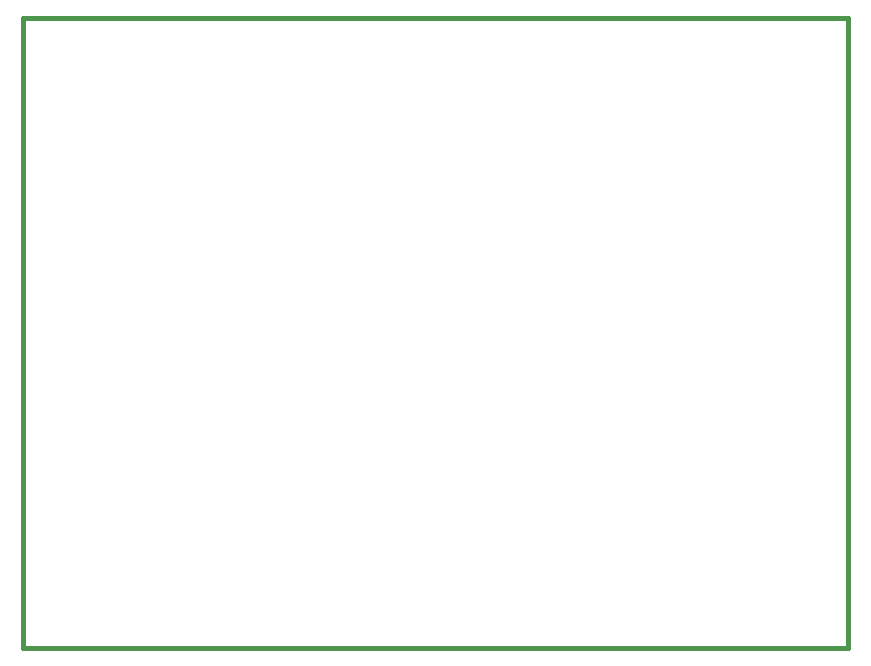
<source format=gbr>
G04 (created by PCBNEW-RS274X (2011-aug-04)-testing) date Mon 24 Sep 2012 11:27:46 AM PDT*
G01*
G70*
G90*
%MOIN*%
G04 Gerber Fmt 3.4, Leading zero omitted, Abs format*
%FSLAX34Y34*%
G04 APERTURE LIST*
%ADD10C,0.006000*%
%ADD11C,0.015000*%
G04 APERTURE END LIST*
G54D10*
G54D11*
X76220Y-52677D02*
X48720Y-52677D01*
X48720Y-52677D02*
X48720Y-31673D01*
X76220Y-31673D02*
X76220Y-52677D01*
X48720Y-31673D02*
X76220Y-31673D01*
M02*

</source>
